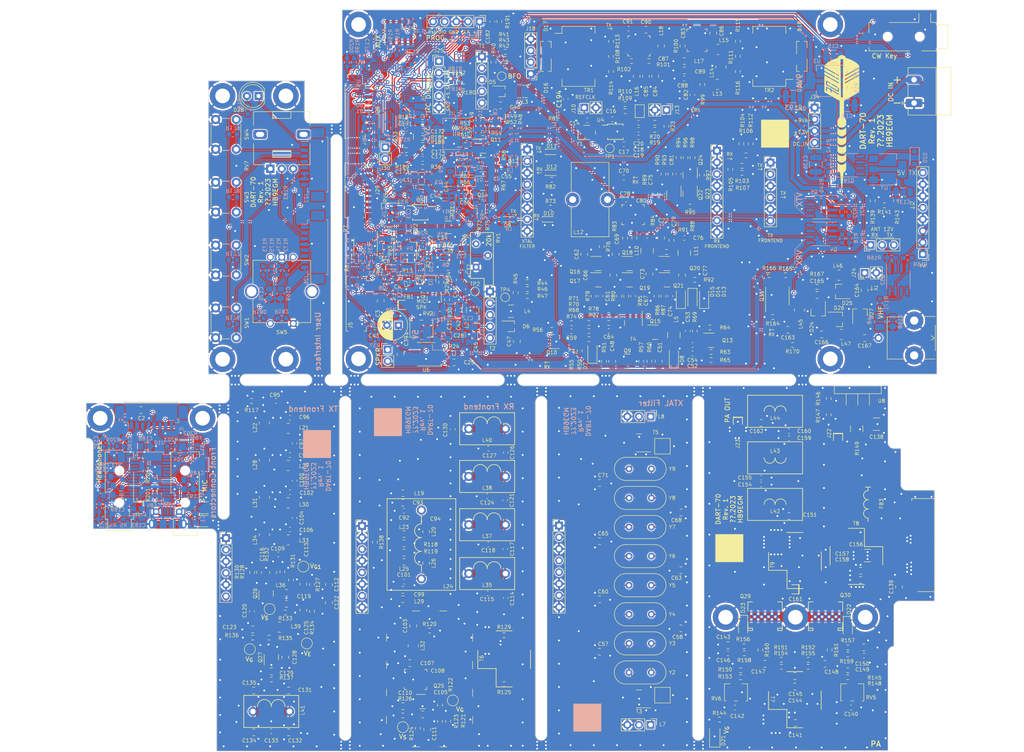
<source format=kicad_pcb>
(kicad_pcb (version 20221018) (generator pcbnew)

  (general
    (thickness 1.6)
  )

  (paper "A4")
  (title_block
    (title "DART-70 TRX")
    (date "2023-03-28")
    (rev "1")
    (company "HB9EGM")
  )

  (layers
    (0 "F.Cu" signal)
    (31 "B.Cu" signal)
    (32 "B.Adhes" user "B.Adhesive")
    (33 "F.Adhes" user "F.Adhesive")
    (34 "B.Paste" user)
    (35 "F.Paste" user)
    (36 "B.SilkS" user "B.Silkscreen")
    (37 "F.SilkS" user "F.Silkscreen")
    (38 "B.Mask" user)
    (39 "F.Mask" user)
    (40 "Dwgs.User" user "User.Drawings")
    (41 "Cmts.User" user "User.Comments")
    (42 "Eco1.User" user "User.Eco1")
    (43 "Eco2.User" user "User.Eco2")
    (44 "Edge.Cuts" user)
    (45 "Margin" user "Edge.Cuts.Setback")
    (46 "B.CrtYd" user "B.Courtyard")
    (47 "F.CrtYd" user "F.Courtyard")
    (48 "B.Fab" user)
    (49 "F.Fab" user)
    (50 "User.1" user "Milling")
    (51 "User.2" user)
    (52 "User.3" user)
    (53 "User.4" user)
    (54 "User.5" user)
    (55 "User.6" user)
    (56 "User.7" user)
    (57 "User.8" user)
    (58 "User.9" user)
  )

  (setup
    (stackup
      (layer "F.SilkS" (type "Top Silk Screen"))
      (layer "F.Paste" (type "Top Solder Paste"))
      (layer "F.Mask" (type "Top Solder Mask") (thickness 0.01))
      (layer "F.Cu" (type "copper") (thickness 0.035))
      (layer "dielectric 1" (type "core") (thickness 1.51) (material "FR4") (epsilon_r 4.5) (loss_tangent 0.02))
      (layer "B.Cu" (type "copper") (thickness 0.035))
      (layer "B.Mask" (type "Bottom Solder Mask") (thickness 0.01))
      (layer "B.Paste" (type "Bottom Solder Paste"))
      (layer "B.SilkS" (type "Bottom Silk Screen"))
      (copper_finish "None")
      (dielectric_constraints no)
    )
    (pad_to_mask_clearance 0)
    (pcbplotparams
      (layerselection 0x000d130_ffffffff)
      (plot_on_all_layers_selection 0x0000000_00000000)
      (disableapertmacros false)
      (usegerberextensions false)
      (usegerberattributes true)
      (usegerberadvancedattributes true)
      (creategerberjobfile true)
      (dashed_line_dash_ratio 12.000000)
      (dashed_line_gap_ratio 3.000000)
      (svgprecision 6)
      (plotframeref false)
      (viasonmask false)
      (mode 1)
      (useauxorigin false)
      (hpglpennumber 1)
      (hpglpenspeed 20)
      (hpglpendiameter 15.000000)
      (dxfpolygonmode true)
      (dxfimperialunits true)
      (dxfusepcbnewfont true)
      (psnegative false)
      (psa4output false)
      (plotreference true)
      (plotvalue true)
      (plotinvisibletext false)
      (sketchpadsonfab false)
      (subtractmaskfromsilk false)
      (outputformat 4)
      (mirror false)
      (drillshape 0)
      (scaleselection 1)
      (outputdirectory "out")
    )
  )

  (net 0 "")
  (net 1 "+12V")
  (net 2 "GND")
  (net 3 "Net-(C1-Pad1)")
  (net 4 "Net-(J4-Pin_7)")
  (net 5 "+9VA")
  (net 6 "/MIC")
  (net 7 "Net-(C6-Pad2)")
  (net 8 "+5VA")
  (net 9 "Net-(J4-Pin_5)")
  (net 10 "Net-(J5-Pin_3)")
  (net 11 "Net-(J5-Pin_2)")
  (net 12 "Net-(Q2-C)")
  (net 13 "Net-(D1-K)")
  (net 14 "Net-(D2-K)")
  (net 15 "/BFO")
  (net 16 "Net-(J10-In)")
  (net 17 "Net-(U4-XA)")
  (net 18 "Net-(U3-ADJ)")
  (net 19 "/Antenna Switch/TX")
  (net 20 "Net-(U4-CLK1)")
  (net 21 "Net-(C18-Pad2)")
  (net 22 "Net-(U4-CLK2)")
  (net 23 "Net-(U4-CLK0)")
  (net 24 "Net-(JP1-A)")
  (net 25 "Net-(Q6-B)")
  (net 26 "Net-(C22-Pad1)")
  (net 27 "Net-(U5-IN+)")
  (net 28 "Net-(U5-VCAIN)")
  (net 29 "Net-(U5-BUFOUT)")
  (net 30 "Net-(C21-Pad2)")
  (net 31 "Net-(C26-Pad1)")
  (net 32 "Net-(U6-VDD)")
  (net 33 "Net-(C26-Pad2)")
  (net 34 "Net-(C28-Pad1)")
  (net 35 "+VRX")
  (net 36 "Net-(U6-VIN)")
  (net 37 "Net-(Q6-C)")
  (net 38 "/Baseband/VAGC")
  (net 39 "Net-(D3-K)")
  (net 40 "Net-(Q7-C)")
  (net 41 "Net-(C29-Pad1)")
  (net 42 "Net-(D4-K)")
  (net 43 "Net-(C41-Pad2)")
  (net 44 "Net-(U5-AVG)")
  (net 45 "/Baseband/SPKR_OUT")
  (net 46 "Net-(Q7-B)")
  (net 47 "Net-(U6-BYPASS)")
  (net 48 "Net-(C40-Pad1)")
  (net 49 "Net-(U5-VOUT)")
  (net 50 "Net-(C46-Pad1)")
  (net 51 "Net-(C46-Pad2)")
  (net 52 "Net-(C47-Pad1)")
  (net 53 "Net-(C47-Pad2)")
  (net 54 "Net-(C48-Pad1)")
  (net 55 "Net-(J15-Pin_1)")
  (net 56 "Net-(T1-SC)")
  (net 57 "Net-(C49-Pad2)")
  (net 58 "Net-(C50-Pad1)")
  (net 59 "Net-(C42-Pad2)")
  (net 60 "Net-(T2-SC)")
  (net 61 "Net-(C53-Pad1)")
  (net 62 "Net-(D7-K)")
  (net 63 "Net-(Q11-B)")
  (net 64 "Net-(Q11-E)")
  (net 65 "Net-(D8-K)")
  (net 66 "Net-(Q13-E)")
  (net 67 "Net-(Q15-E)")
  (net 68 "Net-(C52-Pad2)")
  (net 69 "Net-(Q12-C)")
  (net 70 "Net-(C60-Pad2)")
  (net 71 "Net-(C56-Pad1)")
  (net 72 "Net-(C58-Pad2)")
  (net 73 "Net-(C63-Pad2)")
  (net 74 "Net-(Q14-E)")
  (net 75 "Net-(C59-Pad1)")
  (net 76 "Net-(C65-Pad2)")
  (net 77 "Net-(T3-PR2)")
  (net 78 "Net-(Q17-S)")
  (net 79 "Net-(Q16-B)")
  (net 80 "Net-(T4-PR2)")
  (net 81 "Net-(Q18-C)")
  (net 82 "Net-(Q17-G)")
  (net 83 "Net-(Q19-S)")
  (net 84 "Net-(Q18-B)")
  (net 85 "Net-(C72-Pad2)")
  (net 86 "Net-(D12-A)")
  (net 87 "Net-(Q22-E)")
  (net 88 "Net-(T5-PR2)")
  (net 89 "Net-(C68-Pad2)")
  (net 90 "Net-(C76-Pad2)")
  (net 91 "Net-(Q20-C)")
  (net 92 "Net-(Q19-G)")
  (net 93 "Net-(Q21-S)")
  (net 94 "Net-(C81-Pad1)")
  (net 95 "Net-(Q22-C)")
  (net 96 "Net-(Q21-G)")
  (net 97 "Net-(C82-Pad2)")
  (net 98 "Net-(Q20-B)")
  (net 99 "Net-(C77-Pad2)")
  (net 100 "Net-(Q24-E)")
  (net 101 "Net-(C87-Pad2)")
  (net 102 "Net-(C83-Pad1)")
  (net 103 "/70MHz VHF Frontend/VHF_RX")
  (net 104 "/70MHz VHF Frontend/TX_FROM_MIX")
  (net 105 "Net-(C84-Pad2)")
  (net 106 "Net-(C87-Pad1)")
  (net 107 "Net-(C88-Pad2)")
  (net 108 "Net-(C101-Pad2)")
  (net 109 "Net-(Q24-B)")
  (net 110 "Net-(C94-Pad1)")
  (net 111 "Net-(C95-Pad2)")
  (net 112 "Net-(C109-Pad2)")
  (net 113 "/70MHz VHF Frontend/+VTX_FE")
  (net 114 "Net-(TR2-RX-)")
  (net 115 "Net-(C103-Pad2)")
  (net 116 "Net-(C104-Pad1)")
  (net 117 "Net-(C114-Pad2)")
  (net 118 "Net-(J18-Pin_3)")
  (net 119 "Net-(Q25-G1)")
  (net 120 "Net-(Q25-G2)")
  (net 121 "Net-(Q25-S)")
  (net 122 "Net-(C121-Pad1)")
  (net 123 "Net-(C125-Pad2)")
  (net 124 "Net-(C126-Pad1)")
  (net 125 "Net-(C128-Pad1)")
  (net 126 "Net-(T6-AA)")
  (net 127 "Net-(T6-SB)")
  (net 128 "/70MHz VHF Frontend/RX_TO_MIX")
  (net 129 "/70MHz VHF Frontend/VHF_TX")
  (net 130 "Net-(C113-Pad2)")
  (net 131 "VGG1")
  (net 132 "Net-(Q26-G1)")
  (net 133 "Net-(Q26-S)")
  (net 134 "Net-(C117-Pad2)")
  (net 135 "Net-(Q26-D)")
  (net 136 "Net-(Q27-B)")
  (net 137 "Net-(Q27-C)")
  (net 138 "VGG2")
  (net 139 "+3V3")
  (net 140 "/PA 70MHz/VG_5V")
  (net 141 "Net-(Q27-E)")
  (net 142 "Net-(D20-A)")
  (net 143 "Net-(C159-Pad2)")
  (net 144 "/Control on separate board/ENC_B")
  (net 145 "/Control on separate board/ENC_A")
  (net 146 "/Control on separate board/3.3V_UI")
  (net 147 "Net-(J21-Pin_1)")
  (net 148 "Net-(C171-Pad1)")
  (net 149 "Net-(C172-Pad1)")
  (net 150 "Net-(C147-Pad1)")
  (net 151 "Net-(C148-Pad1)")
  (net 152 "Net-(T7-AB)")
  (net 153 "Net-(J21-Pin_5)")
  (net 154 "Net-(C154-Pad2)")
  (net 155 "Net-(T7-SB)")
  (net 156 "Net-(T7-SA)")
  (net 157 "Net-(T9-SB)")
  (net 158 "Net-(Q30-D)")
  (net 159 "Net-(Q29-D)")
  (net 160 "Net-(J23-In)")
  (net 161 "Net-(D24-K)")
  (net 162 "Net-(D25-A)")
  (net 163 "Net-(D24-A)")
  (net 164 "Net-(D26-K)")
  (net 165 "Net-(J26-Pin_7)")
  (net 166 "Net-(J26-Pin_6)")
  (net 167 "Net-(Q33-B)")
  (net 168 "Net-(U9-VDDA)")
  (net 169 "Net-(U10-VINL)")
  (net 170 "Net-(U10-VINR)")
  (net 171 "Net-(U10-VOUTL)")
  (net 172 "Net-(U10-VOUTR)")
  (net 173 "Net-(U10-VCOM)")
  (net 174 "Net-(T1-SA)")
  (net 175 "Net-(T1-SB)")
  (net 176 "Net-(T2-SA)")
  (net 177 "Net-(T2-SB)")
  (net 178 "Net-(D7-A)")
  (net 179 "/Control on separate board/STATUSn")
  (net 180 "Net-(D8-A)")
  (net 181 "Net-(D10-K)")
  (net 182 "Net-(D9-A)")
  (net 183 "Net-(D10-A)")
  (net 184 "Net-(C166-Pad1)")
  (net 185 "Net-(D11-K)")
  (net 186 "Net-(C168-Pad2)")
  (net 187 "Net-(D11-A)")
  (net 188 "Net-(D13-A)")
  (net 189 "/CW_RING")
  (net 190 "/CW_TIP")
  (net 191 "Net-(D14-A)")
  (net 192 "Net-(D15-A)")
  (net 193 "Net-(C174-Pad1)")
  (net 194 "/Baseband/SPKR_DET")
  (net 195 "Net-(TR1-RD+)")
  (net 196 "Net-(TR1-RD-)")
  (net 197 "Net-(TR1-TD-)")
  (net 198 "Net-(TR1-TD+)")
  (net 199 "Net-(TR2-RD+)")
  (net 200 "/Baseband/GPIO_XTAL")
  (net 201 "/EN_VRX")
  (net 202 "/EN_VTX")
  (net 203 "Net-(TR2-RD-)")
  (net 204 "/Baseband/CW_KEYn")
  (net 205 "/Baseband/CW_TONE")
  (net 206 "/MIC_PTT")
  (net 207 "/Baseband/SPKR_VOL")
  (net 208 "/MUTE_MICn")
  (net 209 "/SDA")
  (net 210 "/SCL")
  (net 211 "/S_METER")
  (net 212 "/Baseband/VHF_IN")
  (net 213 "/Baseband/VHF_OUT")
  (net 214 "/CLK1")
  (net 215 "Net-(TR2-TD-)")
  (net 216 "+VTX")
  (net 217 "Net-(TR2-TD+)")
  (net 218 "unconnected-(J2-PadNC)")
  (net 219 "unconnected-(J2-PadR1)")
  (net 220 "Net-(D20-K)")
  (net 221 "/Control on separate board/DISP_LAT")
  (net 222 "/Control on separate board/I2C2_SDA")
  (net 223 "/Control on separate board/I2C2_SCL")
  (net 224 "/Control on separate board/PC14")
  (net 225 "/Control on separate board/PC13")
  (net 226 "unconnected-(J2-PadTN)")
  (net 227 "/Control on separate board/USART1_TX")
  (net 228 "/Control on separate board/USART1_RX")
  (net 229 "/Control on separate board/PB15")
  (net 230 "/Control on separate board/SWCLK")
  (net 231 "/Control on separate board/SWDIO")
  (net 232 "/Control on separate board/RESETn")
  (net 233 "/LO1")
  (net 234 "Net-(L14-Pad1)")
  (net 235 "Net-(D21-A)")
  (net 236 "Net-(D22-A)")
  (net 237 "Net-(L21-Pad2)")
  (net 238 "Net-(L23-Pad2)")
  (net 239 "Net-(L25-Pad2)")
  (net 240 "Net-(D23-A)")
  (net 241 "unconnected-(D24-NC-Pad2)")
  (net 242 "unconnected-(J8-PadTN)")
  (net 243 "unconnected-(D25-NC-Pad2)")
  (net 244 "unconnected-(D26-NC-Pad2)")
  (net 245 "unconnected-(D27-NC-Pad2)")
  (net 246 "Net-(D28-K)")
  (net 247 "Net-(D28-A)")
  (net 248 "Net-(J6-Pin_2)")
  (net 249 "Net-(J22-Pin_2)")
  (net 250 "Net-(J4-Pin_6)")
  (net 251 "Net-(J4-Pin_3)")
  (net 252 "Net-(J4-Pin_2)")
  (net 253 "Net-(J5-Pin_4)")
  (net 254 "Net-(J15-Pin_2)")
  (net 255 "Net-(J17-Pin_2)")
  (net 256 "unconnected-(J17-Pin_4-Pad4)")
  (net 257 "unconnected-(J17-Pin_5-Pad5)")
  (net 258 "/70MHz VHF Frontend/+VRX_FE")
  (net 259 "Net-(J17-Pin_7)")
  (net 260 "Net-(J20-Pin_5)")
  (net 261 "Net-(J22-Pin_1)")
  (net 262 "Net-(J26-Pin_2)")
  (net 263 "Net-(J26-Pin_3)")
  (net 264 "Net-(J26-Pin_5)")
  (net 265 "Net-(L13-Pad1)")
  (net 266 "Net-(L18-Pad1)")
  (net 267 "Net-(L20-Pad2)")
  (net 268 "Net-(L30-Pad2)")
  (net 269 "Net-(L33-Pad2)")
  (net 270 "Net-(J27-Pin_2)")
  (net 271 "Net-(J27-Pin_3)")
  (net 272 "Net-(J27-Pin_4)")
  (net 273 "Net-(J27-Pin_5)")
  (net 274 "Net-(J33-VBUS)")
  (net 275 "Net-(J33-ID)")
  (net 276 "Net-(JP2-C)")
  (net 277 "Net-(Q1A-G)")
  (net 278 "/Control on separate board/BTN0")
  (net 279 "/Control on separate board/BTN1")
  (net 280 "/Control on separate board/BTN2")
  (net 281 "/Control on separate board/BTN3")
  (net 282 "Net-(Q1B-G)")
  (net 283 "/Control on separate board/ENC_BTN")
  (net 284 "/Control on separate board/XTAL1")
  (net 285 "/Control on separate board/XTAL2")
  (net 286 "/Control on separate board/PWM_CW")
  (net 287 "/Control on separate board/MUTE_SPKR")
  (net 288 "Net-(Q2-B)")
  (net 289 "/Control on separate board/BOOT0")
  (net 290 "/Control on separate board/BOOT1")
  (net 291 "Net-(Q3-B)")
  (net 292 "Net-(Q4B-G)")
  (net 293 "Net-(Q5B-G)")
  (net 294 "Net-(Q8-B)")
  (net 295 "Net-(Q9-B)")
  (net 296 "Net-(Q11-C)")
  (net 297 "Net-(Q12-E)")
  (net 298 "Net-(Q13-B)")
  (net 299 "Net-(Q13-C)")
  (net 300 "Net-(Q15-B)")
  (net 301 "/Antenna Switch/RX")
  (net 302 "Net-(Q16-E)")
  (net 303 "Net-(Q16-C)")
  (net 304 "Net-(L27-Pad2)")
  (net 305 "Net-(Q18-E)")
  (net 306 "Net-(Q20-E)")
  (net 307 "Net-(Q22-B)")
  (net 308 "Net-(Q23-B)")
  (net 309 "/Antenna Switch/ANT")
  (net 310 "/Antenna Switch/V_{PIN}")
  (net 311 "Net-(Q25-D)")
  (net 312 "Net-(Q26-G2)")
  (net 313 "/TX_to_PA")
  (net 314 "/Baseband/AGC_to_METER")
  (net 315 "Net-(Q28B-G)")
  (net 316 "/PA 70MHz/V_{DD}")
  (net 317 "Net-(Q29-G)")
  (net 318 "Net-(Q30-G)")
  (net 319 "Net-(Q31B-D-Pad5)")
  (net 320 "Net-(Q31A-D-Pad7)")
  (net 321 "Net-(Q32B-G)")
  (net 322 "Net-(Q32B-D-Pad5)")
  (net 323 "Net-(R40-Pad2)")
  (net 324 "Net-(R44-Pad1)")
  (net 325 "Net-(U5-GATE)")
  (net 326 "Net-(C148-Pad2)")
  (net 327 "Net-(U5-COMP)")
  (net 328 "Net-(U6-HPSense)")
  (net 329 "Net-(C147-Pad2)")
  (net 330 "Net-(T1-AB)")
  (net 331 "Net-(T2-AB)")
  (net 332 "Net-(R110-Pad1)")
  (net 333 "Net-(TR2-C_RD)")
  (net 334 "Net-(R121-Pad2)")
  (net 335 "/VOX_PTTn")
  (net 336 "Net-(TR1-TX-)")
  (net 337 "/EN_PA")
  (net 338 "Net-(TR2-TX-)")
  (net 339 "Net-(U8-ADJ)")
  (net 340 "Net-(R148-Pad1)")
  (net 341 "Net-(R153-Pad1)")
  (net 342 "Net-(R172-Pad1)")
  (net 343 "Net-(U9-PA11)")
  (net 344 "Net-(U9-PA12)")
  (net 345 "Net-(R173-Pad2)")
  (net 346 "Net-(R183-Pad2)")
  (net 347 "/USB Audio/AF_OUT_L")
  (net 348 "/USB Audio/AF_IN")
  (net 349 "Net-(U10-D+)")
  (net 350 "Net-(U10-D-)")
  (net 351 "/USB Audio/VCC")
  (net 352 "/USB Audio/VDD")
  (net 353 "unconnected-(T3-PM-Pad2)")
  (net 354 "/USB Audio/AF_OUT_R")
  (net 355 "unconnected-(T4-PM-Pad2)")
  (net 356 "/USB Audio/XTI")
  (net 357 "/USB Audio/XTO")
  (net 358 "unconnected-(T5-PM-Pad2)")
  (net 359 "/USB Audio/USB_DM")
  (net 360 "/USB Audio/USB_DP")
  (net 361 "unconnected-(TR1-C_RX-Pad10)")
  (net 362 "unconnected-(TR1-C_TX-Pad15)")
  (net 363 "unconnected-(TR2-C_RX-Pad10)")
  (net 364 "unconnected-(TR2-C_TX-Pad15)")
  (net 365 "Net-(U4-XB)")
  (net 366 "unconnected-(U9-VBAT-Pad1)")
  (net 367 "/Control on separate board/USB_DM")
  (net 368 "/Control on separate board/USB_DP")
  (net 369 "unconnected-(U10-HID0-Pad5)")
  (net 370 "unconnected-(U10-HID1-Pad6)")
  (net 371 "Net-(C100-Pad2)")
  (net 372 "Net-(C100-Pad1)")
  (net 373 "unconnected-(U10-HID2-Pad7)")
  (net 374 "unconnected-(U10-DIN-Pad24)")
  (net 375 "unconnected-(U10-DOUT-Pad25)")
  (net 376 "Net-(R108-Pad2)")
  (net 377 "Net-(R180-Pad1)")
  (net 378 "/DC_IN")
  (net 379 "unconnected-(U10-SSPNDn-Pad28)")
  (net 380 "Net-(TR1-RX-)")

  (footprint "Capacitor_SMD:C_0603_1608Metric_Pad1.08x0.95mm_HandSolder" (layer "F.Cu") (at 97.536 47.498 180))

  (footprint "Resistor_SMD:R_0603_1608Metric_Pad0.98x0.95mm_HandSolder" (layer "F.Cu") (at 60.325 137.795 -90))

  (footprint "Crystal:Crystal_HC49-U_Vertical" (layer "F.Cu") (at 142.595 140.589))

  (footprint "Resistor_SMD:R_0603_1608Metric_Pad0.98x0.95mm_HandSolder" (layer "F.Cu") (at 190.343 159.156 180))

  (footprint "Resistor_SMD:R_0603_1608Metric_Pad0.98x0.95mm_HandSolder" (layer "F.Cu") (at 156.972 73.914))

  (footprint "Package_SO:MSOP-10_3x3mm_P0.5mm" (layer "F.Cu") (at 97.028 59.182))

  (footprint "mpb:four_4mm_pads_narrow" (layer "F.Cu") (at 178.913 165.76 90))

  (footprint "Potentiometer_SMD:Potentiometer_Bourns_3214W_Vertical" (layer "F.Cu") (at 90.424 59.69 -90))

  (footprint "Potentiometer_SMD:Potentiometer_Bourns_3214W_Vertical" (layer "F.Cu") (at 93.726 67.564 180))

  (footprint "Resistor_SMD:R_0603_1608Metric_Pad0.98x0.95mm_HandSolder" (layer "F.Cu") (at 73.406 146.304 90))

  (footprint "Capacitor_SMD:C_0603_1608Metric_Pad1.08x0.95mm_HandSolder" (layer "F.Cu") (at 111.76 142.367))

  (footprint "Resistor_SMD:R_0603_1608Metric_Pad0.98x0.95mm_HandSolder" (layer "F.Cu") (at 126.1345 40.132))

  (footprint "Capacitor_SMD:C_0603_1608Metric_Pad1.08x0.95mm_HandSolder" (layer "F.Cu") (at 109.728 39.116 90))

  (footprint "Resistor_SMD:R_0603_1608Metric_Pad0.98x0.95mm_HandSolder" (layer "F.Cu") (at 64.008 152.019 180))

  (footprint "Capacitor_SMD:C_0805_2012Metric_Pad1.18x1.45mm_HandSolder" (layer "F.Cu") (at 178.786 162.712 180))

  (footprint "Capacitor_SMD:C_0805_2012Metric_Pad1.18x1.45mm_HandSolder" (layer "F.Cu") (at 178.8075 160.426 180))

  (footprint "Diode_SMD:D_SOD-123F" (layer "F.Cu") (at 153.924 77.978 90))

  (footprint "Resistor_SMD:R_0603_1608Metric_Pad0.98x0.95mm_HandSolder" (layer "F.Cu") (at 115.57 27.173 180))

  (footprint "mpb:PLD-1.5W" (layer "F.Cu") (at 185.517 147.472 180))

  (footprint "Capacitor_SMD:C_0805_2012Metric_Pad1.18x1.45mm_HandSolder" (layer "F.Cu") (at 201.549 140.97 90))

  (footprint "Capacitor_SMD:C_0805_2012Metric_Pad1.18x1.45mm_HandSolder" (layer "F.Cu") (at 60.6845 172.72))

  (footprint "Inductor_SMD:L_1008_2520Metric_Pad1.43x2.20mm_HandSolder" (layer "F.Cu") (at 62.992 105.1825 90))

  (footprint "Package_TO_SOT_SMD:SOT-23" (layer "F.Cu") (at 125.73 87.376 180))

  (footprint "MountingHole:MountingHole_3.2mm_M3_DIN965_Pad" (layer "F.Cu") (at 53.87525 91.252 90))

  (footprint "Resistor_SMD:R_0603_1608Metric_Pad0.98x0.95mm_HandSolder" (layer "F.Cu") (at 113.7135 46.736 90))

  (footprint "TestPoint:TestPoint_Pad_3.0x3.0mm" (layer "F.Cu") (at 149.91 164.597))

  (footprint "Capacitor_SMD:C_0805_2012Metric_Pad1.18x1.45mm_HandSolder" (layer "F.Cu") (at 94.742 157.607 180))

  (footprint "Inductor_SMD:L_1008_2520Metric_Pad1.43x2.20mm_HandSolder" (layer "F.Cu") (at 162.013 23.622))

  (footprint "Connector_PinHeader_1.27mm:PinHeader_2x05_P1.27mm_Vertical_SMD" (layer "F.Cu") (at 92.456 19.558 90))

  (footprint "Capacitor_SMD:C_0805_2012Metric_Pad1.18x1.45mm_HandSolder" (layer "F.Cu") (at 177.546 125.476))

  (footprint "Capacitor_SMD:C_0603_1608Metric_Pad1.08x0.95mm_HandSolder" (layer "F.Cu") (at 107.8715 46.228 90))

  (footprint "Connector_Phoenix_MC_HighVoltage:PhoenixContact_MC_1,5_2-G-5.08_1x02_P5.08mm_Horizontal" (layer "F.Cu") (at 204.8395 35.306 90))

  (footprint "Inductor_SMD:L_1008_2520Metric_Pad1.43x2.20mm_HandSolder" (layer "F.Cu") (at 62.992 129.5665 90))

  (footprint "Connector_PinHeader_2.54mm:PinHeader_1x03_P2.54mm_Vertical" (layer "F.Cu") (at 195.341 66.294 90))

  (footprint "Capacitor_SMD:C_0805_2012Metric_Pad1.18x1.45mm_HandSolder" (layer "F.Cu") (at 149.098 91.694 -90))

  (footprint "Capacitor_SMD:C_0603_1608Metric_Pad1.08x0.95mm_HandSolder" (layer "F.Cu") (at 156.464 33.528 90))

  (footprint "Resistor_SMD:R_0603_1608Metric_Pad0.98x0.95mm_HandSolder" (layer "F.Cu") (at 106.8555 43.434))

  (footprint "Inductor_SMD:L_0805_2012Metric_Pad1.15x1.40mm_HandSolder" (layer "F.Cu") (at 93.472 129.413 180))

  (footprint "TestPoint:TestPoint_Pad_D2.0mm" (layer "F.Cu") (at 72.263 153.289 -90))

  (footprint "Resistor_SMD:R_0603_1608Metric_Pad0.98x0.95mm_HandSolder" (layer "F.Cu") (at 190.373 154.178))

  (footprint "Package_TO_SOT_SMD:SOT-323_SC-70_Handsoldering" (layer "F.Cu") (at 124.46 22.5845 90))

  (footprint "Resistor_SMD:R_0603_1608Metric_Pad0.98x0.95mm_HandSolder" (layer "F.Cu") (at 186.22 99.822 90))

  (footprint "Resistor_SMD:R_0603_1608Metric_Pad0.98x0.95mm_HandSolder" (layer "F.Cu") (at 141.732 64.77 -90))

  (footprint "Capacitor_SMD:C_0603_1608Metric_Pad1.08x0.95mm_HandSolder" (layer "F.Cu") (at 143.51 77.47 90))

  (footprint "Potentiometer_SMD:Potentiometer_Bourns_3214W_Vertical" (layer "F.Cu") (at 165.959 163.982 180))

  (footprint "Capacitor_SMD:C_0805_2012Metric_Pad1.18x1.45mm_HandSolder" (layer "F.Cu") (at 77.089 140.462 90))

  (footprint "Capacitor_SMD:C_0805_2012Metric_Pad1.18x1.45mm_HandSolder" (layer "F.Cu") (at 153.935 124.714 180))

  (footprint "Capacitor_SMD:C_0805_2012Metric_Pad1.18x1.45mm_HandSolder" (layer "F.Cu")
    (tstamp 17af8c6e-8a91-4da4-bc77-b6fe2ea158f2)
    (at 146.304 29.464 -90)
    (descr "Capacitor SMD 0805 (2012 Metric), square (rectangular) end terminal, IPC_7351 nominal with elongated pad for handsoldering. (Body size source: IPC-SM-782 page 76, https://www.pcb-3d.com/wordpress/wp-content/uploads/ipc-sm-782a_amendment_1_and_2.pdf, https://docs.google.com/spreadsheets/d/1BsfQQcO9C6DZCsRaXUlFlo91Tg2WpOkGARC1WS5S8t0/edit?usp=sharing), generated with kicad-footprint-generator")
    (tags "capacitor handsolder")
    (property "MPN" "")
    (property "Need_order" "0")
    (property "Sheetfile" "baseband.kicad_sch")
    (property "Sheetname" "Baseband")
    (property "ki_description" "Unpolarized capacitor")
    (property "ki_keywords" "cap capacitor")
    (path "/691ab6db-80d5-4c97-9e5f-aae234327d27/1553116c-e663-4098-ad25-fa58585a8d83")
    (attr smd)
    (fp_text reference "C85" (at 3.302 0 90 unlocked) (layer "F.SilkS")
        (effects (font (size 0.8 0.8) (thickness 0.1)))
      (tstamp f0edd48f-5fe7-435c-be18-939b95edb98a)
    )
    (fp_text value "DNF" (at 0 1.68 90) (layer "F.Fab")
        (effects (font (size 1 1) (thickness 0.15)))
      (tstamp a298657d-a4e1-4f91-80b5-1212f220737f)
    )
    (fp_text user "${REFERENCE}" (at 0 0 90) (layer "F.Fab")
        (effects (font (size 0.5 0.5) (thickness 0.08)))
      (tstamp 490a4722-28e3-4eb6-90d4-71dcc1b42f79)
    )
    (fp_line (start -0.261252 -0.735) (end 0.261252 -0.735)
      (stroke (width 0.12) (type solid)) (layer "F.SilkS") (tstamp d741dee3-bec1-4009-aa18-13329a247d3d))
    (fp_line (start -0.261252 0.735) (end 0.261252 0.735)
      (stroke (width 0.12) (type solid)) (layer "F.SilkS") (tstamp a22d9a9e-49af-4c73-9a82-8e420c7396c1))
    (fp_line (start -1.88 -0.98) (end 1.88 -0.98)
      (stroke (width 0.05) (type solid)) (layer "F.CrtYd") (tstamp 41595ab2-4ce8-4139-ac9d-370482fd624a))
    (fp_line (start -1.88 0.98) (end -1.88 -0.98)
      (stroke (width 0.05) (type solid)) (layer "F.CrtYd") (tstamp 127164e1-196a-41af-8e5b-ecbeab98c576))
    (fp_line (start 1.88 -0.98) (end 1.88 0.98)
      (stroke (width 0.05) (type solid)) (layer "F.CrtYd") (tstamp c422dadf-d7c9-4156-9d74-690e4cd0a1b6))
    (fp_line (start 1.88 0.98) (end -1.88 0.98)
      (stroke (width 0.05) (type solid)) (layer "F.CrtYd") (tstamp 81e79bcd-3077-4371-b447-da57092c86fb))
    (fp_line (start -1 -0.625) (end 1 -0.625)
      (stroke (width 0.1) (type solid)) (layer "F.Fab") (tstamp b49d31c6-933b-447e-b646-ec2c49d88c97))
    (fp_line (start -1 0.625) (end -1 -0.625)
      (stroke (width 0.1) (type solid)) (layer "F.Fab") (tstamp c339f8cd-78aa-44ce-b4a8-820e14fa0bba))
    (fp_line (start 1 -0.625) (end 1 0.625)
      (stroke (width 0.1) (type solid)) (layer "F.Fab") (tstamp 70a8f654-df35-44c9-8693-21d7cd985aab))
    (fp_line (start 1 0.625) (end -1 0.625)
      (stroke (width 0.1) (type solid)) (layer "F.Fab") (tstamp 83868b57-bc9f-4c16-a8c5-237ec0b6dfe3))
    (pad "1" smd roundrect (at -1.0375 0 270) (size 1.175 1.45) (layers "F.Cu" "F.Paste" "F.Mask") (roundrect_rratio 0.2127659574)
      (net 105 "Net-(C84-Pad2)") (pintype "passive") (tstamp c5a53c6c-eefe-4a4a-b809-0917eb17d866))
    (pad "2" smd roundrect (at 1.0375 0 270) (size 1.175 1.45) (layers "F.Cu" "F.Paste" "F.Mask") (roundrec
... [5755537 chars truncated]
</source>
